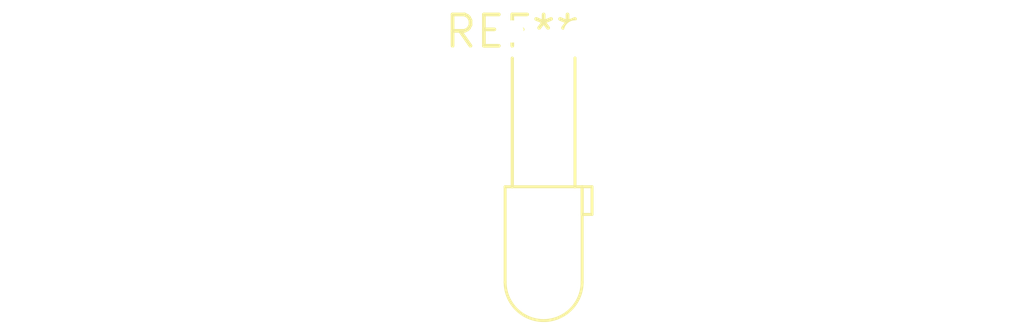
<source format=kicad_pcb>
(kicad_pcb (version 20240108) (generator pcbnew)
  (layers (0 "F.Cu" signal) (31 "B.Cu" signal) (34 "B.Paste" user) (35 "F.Paste" user) (36 "B.SilkS" user "B.Silkscreen") (37 "F.SilkS" user "F.Silkscreen") (38 "B.Mask" user) (39 "F.Mask" user) (44 "Edge.Cuts" user))
  (net 0 "")
  (footprint "LED_D3.0mm_Horizontal_O6.35mm_Z6.0mm" (layer "F.Cu") (at 0 0)
    (property "Reference" "REF**")
    (property "Value" "LED_D3.0mm_Horizontal_O6.35mm_Z6.0mm")
    (fp_line (start -0.29 6.29) (end -0.29 10.15) (layer "F.SilkS") (stroke (width 0.12)))
    (fp_line (start -0.29 6.29) (end 2.83 6.29) (layer "F.SilkS") (stroke (width 0.12)))
    (fp_line (start 0 1.08) (end 0 1.08) (layer "F.SilkS") (stroke (width 0.12)))
    (fp_line (start 0 1.08) (end 0 6.29) (layer "F.SilkS") (stroke (width 0.12)))
    (fp_line (start 0 6.29) (end 0 1.08) (layer "F.SilkS") (stroke (width 0.12)))
    (fp_line (start 0 6.29) (end 0 6.29) (layer "F.SilkS") (stroke (width 0.12)))
    (fp_line (start 2.54 1.08) (end 2.54 1.08) (layer "F.SilkS") (stroke (width 0.12)))
    (fp_line (start 2.54 1.08) (end 2.54 6.29) (layer "F.SilkS") (stroke (width 0.12)))
    (fp_line (start 2.54 6.29) (end 2.54 1.08) (layer "F.SilkS") (stroke (width 0.12)))
    (fp_line (start 2.54 6.29) (end 2.54 6.29) (layer "F.SilkS") (stroke (width 0.12)))
    (fp_line (start 2.83 6.29) (end 2.83 10.15) (layer "F.SilkS") (stroke (width 0.12)))
    (fp_line (start 2.83 6.29) (end 3.23 6.29) (layer "F.SilkS") (stroke (width 0.12)))
    (fp_line (start 2.83 7.41) (end 2.83 6.29) (layer "F.SilkS") (stroke (width 0.12)))
    (fp_line (start 3.23 6.29) (end 3.23 7.41) (layer "F.SilkS") (stroke (width 0.12)))
    (fp_line (start 3.23 7.41) (end 2.83 7.41) (layer "F.SilkS") (stroke (width 0.12)))
    (fp_arc (start 2.83 10.15) (mid 1.27 11.71) (end -0.29 10.15) (layer "F.SilkS") (stroke (width 0.12)))
    (pad "1" thru_hole rect (at 0 0) (size 1.8 1.8) (drill 0.9) (layers *.Cu *.Mask) (remove_unused_layers))
    (pad "2" thru_hole circle (at 2.54 0) (size 1.8 1.8) (drill 0.9) (layers *.Cu *.Mask) (remove_unused_layers))
  )
)
</source>
